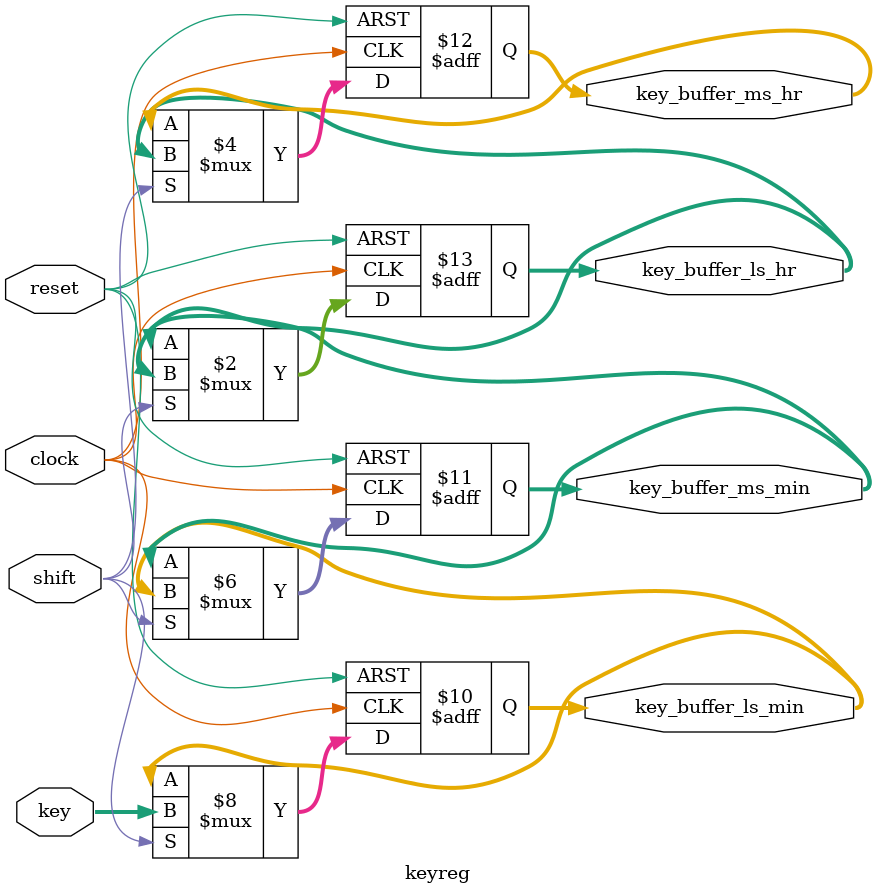
<source format=v>
 

module keyreg(reset,
              clock,
              shift,
              key,
              key_buffer_ls_min,
              key_buffer_ms_min,
              key_buffer_ls_hr,
              key_buffer_ms_hr);
// Define input and output port direction
input clock,reset,shift;
input [3:0] key;
output reg [3:0] key_buffer_ls_min, key_buffer_ms_min, key_buffer_ms_hr, key_buffer_ls_hr; 



///////////////////////////////////////////////////////////////////
// This procedure stores the last 4 keys pressed. The FSM block
// detects the new key value and triggers the shift pulse to shift
// in the new key value.
///////////////////////////////////////////////////////////////////
always @(posedge clock or posedge reset)
begin
  // For asynchronous reset, reset the key_buffer output register to 1'b0
if(reset)
	begin
	key_buffer_ls_min <= 1'b0;
	key_buffer_ms_min <= 1'b0;
	key_buffer_ms_hr <= 1'b0;
	key_buffer_ls_hr <= 1'b0;
	end
else if(shift)
	begin
	key_buffer_ms_hr <= key_buffer_ls_hr;
	key_buffer_ls_hr <= key_buffer_ms_min;
	key_buffer_ms_min <= key_buffer_ls_min;
	key_buffer_ls_min <= key;
	end

  // Else if there is a shift, perform left shift from LS_MIN to MS_HR
 
end

endmodule

</source>
